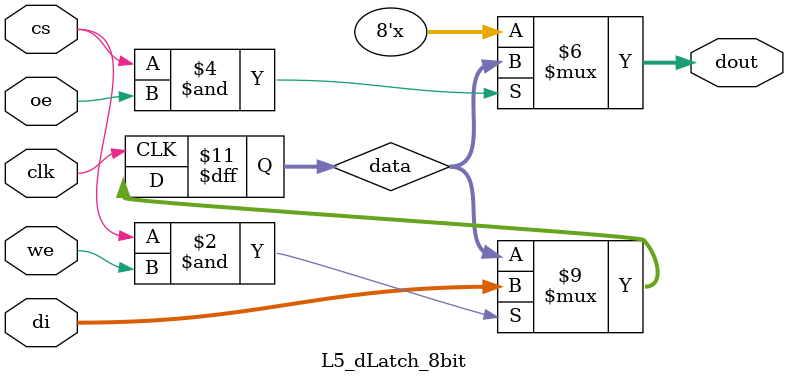
<source format=v>
module L5_dLatch_8bit (dout,cs,oe,we,clk,di);
	input cs,oe,we,clk;
	input [7:0] di;
	output reg [7:0] dout;
	
	reg [7:0] data;
	
	always @ (posedge clk) 
		if (cs & we) begin 
			data = di; 
		end
	// on posedge of clock, if chip is selected and write is enabled, write data
	always @(cs or oe)
		if (cs & oe) begin
			dout = data;
		end
		else begin
			dout = 8'bzzzzzzzz;
		end
	//whenever chip is selected and output is enabled, write data to out, otherwise set output to high impedance state
			
endmodule

</source>
